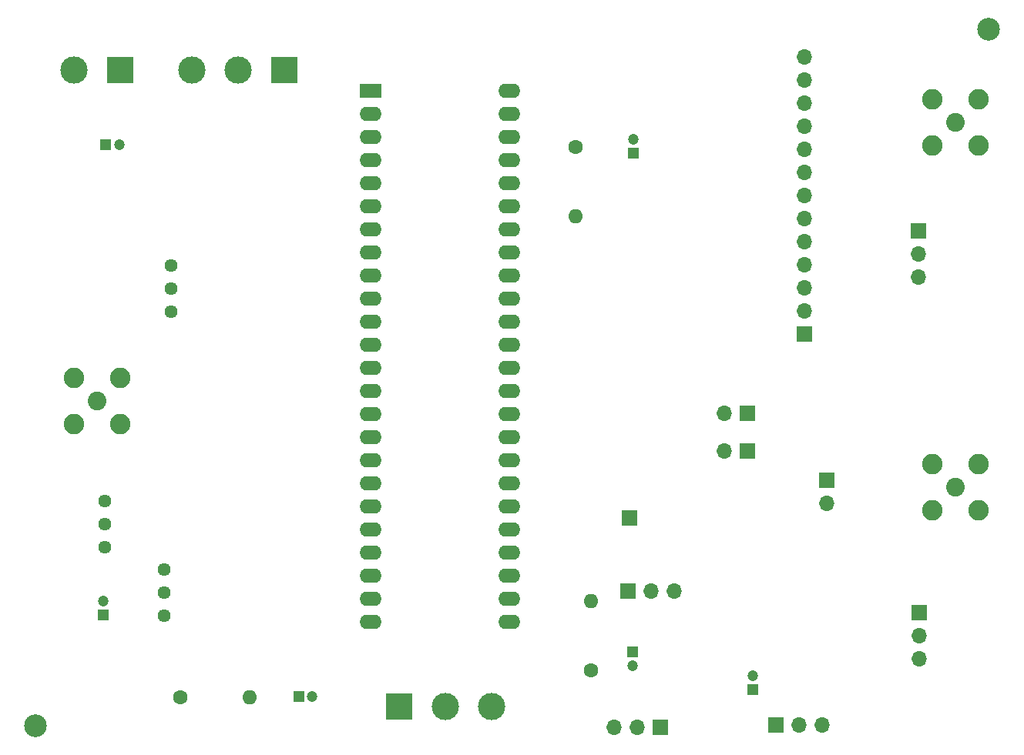
<source format=gbr>
%TF.GenerationSoftware,KiCad,Pcbnew,(5.1.10)-1*%
%TF.CreationDate,2021-07-26T18:41:44-03:00*%
%TF.ProjectId,ASBF,41534246-2e6b-4696-9361-645f70636258,V1.1*%
%TF.SameCoordinates,Original*%
%TF.FileFunction,Soldermask,Top*%
%TF.FilePolarity,Negative*%
%FSLAX46Y46*%
G04 Gerber Fmt 4.6, Leading zero omitted, Abs format (unit mm)*
G04 Created by KiCad (PCBNEW (5.1.10)-1) date 2021-07-26 18:41:44*
%MOMM*%
%LPD*%
G01*
G04 APERTURE LIST*
%ADD10C,3.000000*%
%ADD11R,3.000000X3.000000*%
%ADD12C,1.200000*%
%ADD13R,1.200000X1.200000*%
%ADD14O,2.400000X1.600000*%
%ADD15R,2.400000X1.600000*%
%ADD16C,1.440000*%
%ADD17O,1.600000X1.600000*%
%ADD18C,1.600000*%
%ADD19C,2.250000*%
%ADD20C,2.050000*%
%ADD21O,1.700000X1.700000*%
%ADD22R,1.700000X1.700000*%
%ADD23C,2.500000*%
G04 APERTURE END LIST*
D10*
%TO.C,J17*%
X152760000Y-118500000D03*
X147680000Y-118500000D03*
D11*
X142600000Y-118500000D03*
%TD*%
%TO.C,J2*%
X112000000Y-48500000D03*
D10*
X106920000Y-48500000D03*
%TD*%
D12*
%TO.C,C12*%
X181500000Y-115100000D03*
D13*
X181500000Y-116600000D03*
%TD*%
D12*
%TO.C,C17*%
X168400000Y-56100000D03*
D13*
X168400000Y-57600000D03*
%TD*%
D12*
%TO.C,C16*%
X168304000Y-114000000D03*
D13*
X168304000Y-112500000D03*
%TD*%
D14*
%TO.C,J4*%
X154740000Y-50800000D03*
X139500000Y-109220000D03*
X154740000Y-53340000D03*
X139500000Y-106680000D03*
X154740000Y-55880000D03*
X139500000Y-104140000D03*
X154740000Y-58420000D03*
X139500000Y-101600000D03*
X154740000Y-60960000D03*
X139500000Y-99060000D03*
X154740000Y-63500000D03*
X139500000Y-96520000D03*
X154740000Y-66040000D03*
X139500000Y-93980000D03*
X154740000Y-68580000D03*
X139500000Y-91440000D03*
X154740000Y-71120000D03*
X139500000Y-88900000D03*
X154740000Y-73660000D03*
X139500000Y-86360000D03*
X154740000Y-76200000D03*
X139500000Y-83820000D03*
X154740000Y-78740000D03*
X139500000Y-81280000D03*
X154740000Y-81280000D03*
X139500000Y-78740000D03*
X154740000Y-83820000D03*
X139500000Y-76200000D03*
X154740000Y-86360000D03*
X139500000Y-73660000D03*
X154740000Y-88900000D03*
X139500000Y-71120000D03*
X154740000Y-91440000D03*
X139500000Y-68580000D03*
X154740000Y-93980000D03*
X139500000Y-66040000D03*
X154740000Y-96520000D03*
X139500000Y-63500000D03*
X154740000Y-99060000D03*
X139500000Y-60960000D03*
X154740000Y-101600000D03*
X139500000Y-58420000D03*
X154740000Y-104140000D03*
X139500000Y-55880000D03*
X154740000Y-106680000D03*
X139500000Y-53340000D03*
X154740000Y-109220000D03*
D15*
X139500000Y-50800000D03*
%TD*%
D16*
%TO.C,RV3*%
X116800000Y-108500000D03*
X116800000Y-105960000D03*
X116800000Y-103420000D03*
%TD*%
%TO.C,RV2*%
X117600000Y-75100000D03*
X117600000Y-72560000D03*
X117600000Y-70020000D03*
%TD*%
%TO.C,RV1*%
X110246000Y-100931000D03*
X110246000Y-98391000D03*
X110246000Y-95851000D03*
%TD*%
D17*
%TO.C,L3*%
X162000000Y-64520000D03*
D18*
X162000000Y-56900000D03*
%TD*%
D17*
%TO.C,L2*%
X163700000Y-106880000D03*
D18*
X163700000Y-114500000D03*
%TD*%
%TO.C,L1*%
X118600000Y-117500000D03*
D17*
X126220000Y-117500000D03*
%TD*%
D19*
%TO.C,J16*%
X201197000Y-96864000D03*
X201197000Y-91784000D03*
X206277000Y-91784000D03*
X206277000Y-96864000D03*
D20*
X203737000Y-94324000D03*
%TD*%
D21*
%TO.C,J15*%
X199800000Y-113280000D03*
X199800000Y-110740000D03*
D22*
X199800000Y-108200000D03*
%TD*%
D21*
%TO.C,J14*%
X189600000Y-96102000D03*
D22*
X189600000Y-93562000D03*
%TD*%
D21*
%TO.C,J13*%
X189132000Y-120486000D03*
X186592000Y-120486000D03*
D22*
X184052000Y-120486000D03*
%TD*%
D21*
%TO.C,J12*%
X166272000Y-120740000D03*
X168812000Y-120740000D03*
D22*
X171352000Y-120740000D03*
%TD*%
D21*
%TO.C,J11*%
X172876000Y-105754000D03*
X170336000Y-105754000D03*
D22*
X167796000Y-105754000D03*
%TD*%
%TO.C,J10*%
X167923000Y-97753000D03*
%TD*%
D21*
%TO.C,J9*%
X178360000Y-90400000D03*
D22*
X180900000Y-90400000D03*
%TD*%
D21*
%TO.C,J8*%
X178337000Y-86196000D03*
D22*
X180877000Y-86196000D03*
%TD*%
D21*
%TO.C,J7*%
X187200000Y-47020000D03*
X187200000Y-49560000D03*
X187200000Y-52100000D03*
X187200000Y-54640000D03*
X187200000Y-57180000D03*
X187200000Y-59720000D03*
X187200000Y-62260000D03*
X187200000Y-64800000D03*
X187200000Y-67340000D03*
X187200000Y-69880000D03*
X187200000Y-72420000D03*
X187200000Y-74960000D03*
D22*
X187200000Y-77500000D03*
%TD*%
D19*
%TO.C,J6*%
X201197000Y-56732000D03*
X201197000Y-51652000D03*
X206277000Y-51652000D03*
X206277000Y-56732000D03*
D20*
X203737000Y-54192000D03*
%TD*%
D21*
%TO.C,J5*%
X199700000Y-71280000D03*
X199700000Y-68740000D03*
D22*
X199700000Y-66200000D03*
%TD*%
D11*
%TO.C,J3*%
X130000000Y-48500000D03*
D10*
X124920000Y-48500000D03*
X119840000Y-48500000D03*
%TD*%
D20*
%TO.C,J1*%
X109465000Y-84894000D03*
D19*
X112005000Y-87434000D03*
X112005000Y-82354000D03*
X106925000Y-82354000D03*
X106925000Y-87434000D03*
%TD*%
D23*
%TO.C,H2*%
X207400000Y-44000000D03*
%TD*%
%TO.C,H1*%
X102700000Y-120600000D03*
%TD*%
D13*
%TO.C,C10*%
X131600000Y-117400000D03*
D12*
X133100000Y-117400000D03*
%TD*%
D13*
%TO.C,C9*%
X110400000Y-56700000D03*
D12*
X111900000Y-56700000D03*
%TD*%
D13*
%TO.C,C4*%
X110100000Y-108400000D03*
D12*
X110100000Y-106900000D03*
%TD*%
M02*

</source>
